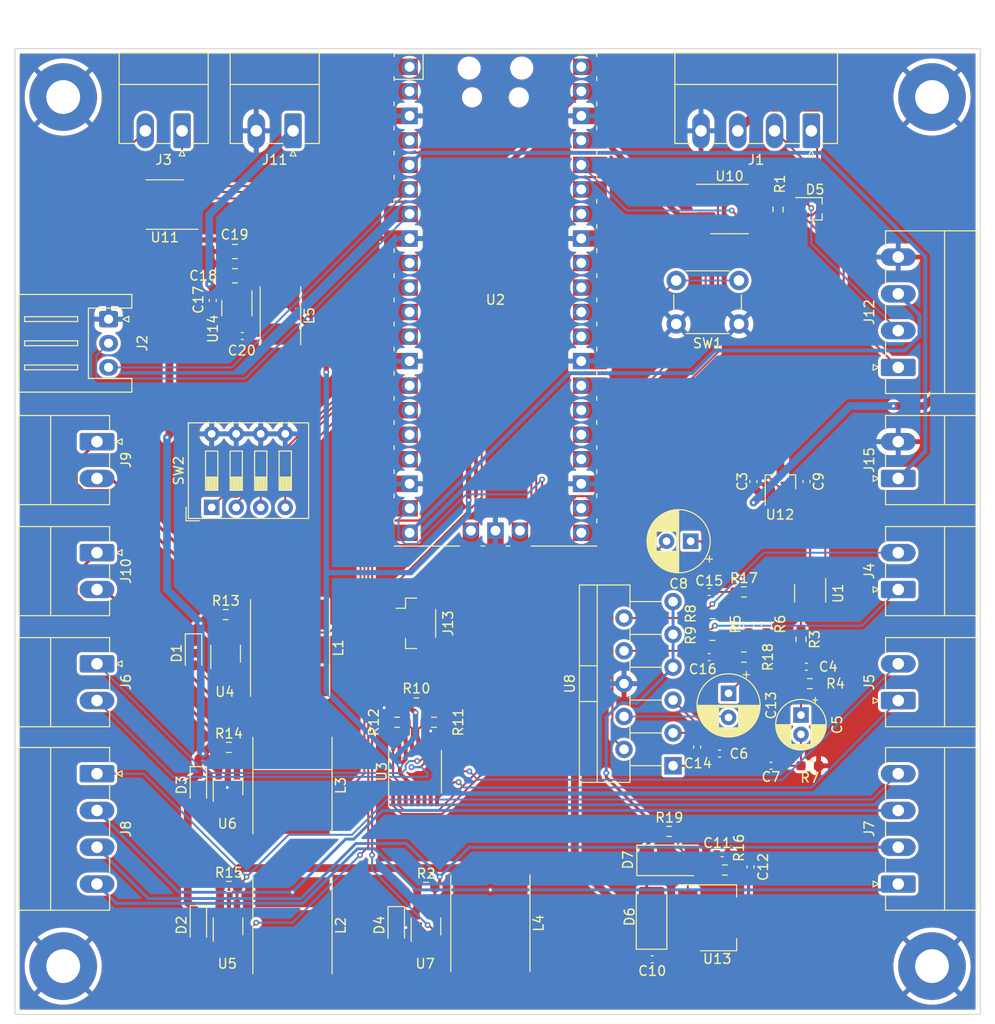
<source format=kicad_pcb>
(kicad_pcb (version 20221018) (generator pcbnew)
  (layers (0 "F.Cu" signal) (31 "B.Cu" signal) (34 "B.Paste" user) (35 "F.Paste" user) (36 "B.SilkS" user "B.Silkscreen") (37 "F.SilkS" user "F.Silkscreen") (38 "B.Mask" user) (39 "F.Mask" user) (44 "Edge.Cuts" user))
  (net 0 "")
  (net 1 "/CAN_H")
  (net 2 "/CAN_L")
  (net 3 "24V")
  (net 4 "GND")
  (net 5 "/INVERTER_RX")
  (net 6 "/INVERTER_TX")
  (net 7 "/Communication/MODBUS_A")
  (net 8 "/Communication/MODBUS_B")
  (net 9 "/Audio/SPKR+")
  (net 10 "/Audio/SPKR-")
  (net 11 "/Motor/DOOR_A+")
  (net 12 "/Motor/DOOR_A-")
  (net 13 "/Motor/DOOR_B+")
  (net 14 "/Motor/DOOR_B-")
  (net 15 "/LED2_AN")
  (net 16 "/LED2_CAT")
  (net 17 "/LED3_AN")
  (net 18 "/LED3_CAT")
  (net 19 "/LED0_AN")
  (net 20 "/LED0_CAT")
  (net 21 "/LED1_AN")
  (net 22 "/LED1_CAT")
  (net 23 "/END_SENSE")
  (net 24 "/SWCLK")
  (net 25 "/DIP0")
  (net 26 "/DIP1")
  (net 27 "/DIP2")
  (net 28 "/DIP3")
  (net 30 "/AUDIO_PWM")
  (net 31 "Net-(R3-Pad1)")
  (net 32 "/Audio/AUDIO_3V3")
  (net 33 "/DOOR_DIR")
  (net 34 "/MODBUS_EN")
  (net 35 "/MODBUS_TX")
  (net 36 "/MODBUS_RX")
  (net 37 "/LED0")
  (net 38 "/LED1")
  (net 39 "/LED2")
  (net 40 "/LED3")
  (net 42 "/DOOR_ENA")
  (net 44 "/CAN_TX")
  (net 45 "/DOOR_ENB")
  (net 46 "/CAN_RX")
  (net 50 "3V3")
  (net 52 "5V")
  (net 54 "/SWDIO")
  (net 55 "Net-(U3-VREF)")
  (net 56 "Net-(U3-OSCM)")
  (net 57 "Net-(D1-A)")
  (net 58 "Net-(D2-A)")
  (net 59 "Net-(D3-A)")
  (net 60 "Net-(D4-A)")
  (net 61 "Net-(U8A-+)")
  (net 62 "Net-(U8A--)")
  (net 63 "Net-(U8A-SVRR)")
  (net 64 "Net-(U8B--)")
  (net 65 "Net-(U8B-+)")
  (net 66 "/Audio/V_AMP")
  (net 67 "/RESET")
  (net 68 "/SPEED")
  (net 70 "Net-(C4-Pad1)")
  (net 71 "Net-(C13-Pad1)")
  (net 72 "Net-(C8-Pad1)")
  (net 73 "Net-(C5-Pad2)")
  (net 74 "Net-(C15-Pad2)")
  (net 75 "Net-(C16-Pad2)")
  (net 76 "Net-(D7-A)")
  (net 77 "Net-(U14-SW)")
  (net 78 "Net-(U14-BST)")
  (footprint "Connector_Phoenix_MC:PhoenixContact_MC_1,5_2-G-3.81_1x02_P3.81mm_Horizontal" (layer "F.Cu") (at 58.5 90.69 -90)
    (fp_text reference "J9")
    (fp_text value "TBP02R1-381-02")
  )
  (footprint "Button_Switch_THT:SW_DIP_SPSTx04_Slide_9.78x12.34mm_W7.62mm_P2.54mm" (layer "F.Cu") (at 70.38 97.5 90)
    (fp_text reference "SW2")
    (fp_text value "SW_DIP_x04")
  )
  (footprint "Resistor_SMD:R_0603_1608Metric_Pad0.98x0.95mm_HandSolder" (layer "F.Cu") (at 132.3375 124.25)
    (fp_text reference "R7")
    (fp_text value "1.8k")
  )
  (footprint "Capacitor_SMD:C_0402_1005Metric_Pad0.74x0.62mm_HandSolder" (layer "F.Cu") (at 126.1975 134.7325 90)
    (fp_text reference "C12")
    (fp_text value "1uF")
  )
  (footprint "Diode_SMD:D_2010_5025Metric_Pad1.52x2.65mm_HandSolder" (layer "F.Cu") (at 115.9475 139.8875 90)
    (fp_text reference "D6")
    (fp_text value "M7")
  )
  (footprint "Package_TO_SOT_SMD:SOT-323_SC-70_Handsoldering" (layer "F.Cu") (at 132.88 66.58)
    (fp_text reference "D5")
    (fp_text value "PESD1CAN")
  )
  (footprint "Capacitor_SMD:C_0402_1005Metric_Pad0.74x0.62mm_HandSolder" (layer "F.Cu") (at 116.015 144.3)
    (fp_text reference "C10")
    (fp_text value "0.1uF")
  )
  (footprint "Package_TO_SOT_SMD:SOT-223-3_TabPin2" (layer "F.Cu") (at 122.85 140)
    (fp_text reference "U13")
    (fp_text value "LM317_SOT-223")
  )
  (footprint "MountingHole:MountingHole_3.5mm_Pad" (layer "F.Cu") (at 145 145)
    (fp_text reference "H4")
    (fp_text value "Hole")
  )
  (footprint "Capacitor_THT:CP_Radial_D5.0mm_P2.00mm" (layer "F.Cu") (at 131.425 119 -90)
    (fp_text reference "C5")
    (fp_text value "47uF")
  )
  (footprint "Resistor_SMD:R_0603_1608Metric_Pad0.98x0.95mm_HandSolder" (layer "F.Cu") (at 72.1625 136.75)
    (fp_text reference "R15")
    (fp_text value "0.1")
  )
  (footprint "link_model:RPi_Pico_SMD_TH_no_labels" (layer "F.Cu") (at 99.775 76)
    (fp_text reference "U2")
    (fp_text value "Pico")
  )
  (footprint "Capacitor_SMD:C_0402_1005Metric_Pad0.74x0.62mm_HandSolder" (layer "F.Cu") (at 128.3175 124.25 180)
    (fp_text reference "C7")
    (fp_text value "2.2uF")
  )
  (footprint "Connector_Phoenix_MC:PhoenixContact_MC_1,5_2-G-3.81_1x02_P3.81mm_Horizontal" (layer "F.Cu") (at 58.5 113.69 -90)
    (fp_text reference "J6")
    (fp_text value "TBP02R1-381-02")
  )
  (footprint "MountingHole:MountingHole_3.5mm_Pad" (layer "F.Cu") (at 55 145)
    (fp_text reference "H3")
    (fp_text value "Hole")
  )
  (footprint "Connector_Phoenix_MC:PhoenixContact_MC_1,5_2-G-3.81_1x02_P3.81mm_Horizontal" (layer "F.Cu") (at 141.5 94.5 90)
    (fp_text reference "J15")
    (fp_text value "TBP02R1-381-02")
  )
  (footprint "Resistor_SMD:R_0603_1608Metric_Pad0.98x0.95mm_HandSolder" (layer "F.Cu") (at 125.5125 113)
    (fp_text reference "R18")
    (fp_text value "1")
  )
  (footprint "Resistor_SMD:R_0603_1608Metric_Pad0.98x0.95mm_HandSolder" (layer "F.Cu") (at 72.1625 122.35)
    (fp_text reference "R14")
    (fp_text value "0.1")
  )
  (footprint "Capacitor_SMD:C_0402_1005Metric_Pad0.74x0.62mm_HandSolder" (layer "F.Cu") (at 123.265 133.3)
    (fp_text reference "C11")
    (fp_text value "1uF")
  )
  (footprint "Resistor_SMD:R_0603_1608Metric_Pad0.98x0.95mm_HandSolder" (layer "F.Cu") (at 93.4125 119.75)
    (fp_text reference "R11")
    (fp_text value "R_Small")
  )
  (footprint "Capacitor_SMD:C_0402_1005Metric_Pad0.74x0.62mm_HandSolder" (layer "F.Cu") (at 121.9175 113)
    (fp_text reference "C16")
    (fp_text value "0.1uF")
  )
  (footprint "Capacitor_SMD:C_0402_1005Metric_Pad0.74x0.62mm_HandSolder" (layer "F.Cu") (at 122.9925 123)
    (fp_text reference "C6")
    (fp_text value "2.2uF")
  )
  (footprint "Capacitor_SMD:C_0402_1005Metric_Pad0.74x0.62mm_HandSolder" (layer "F.Cu") (at 73.5575 79.75)
    (fp_text reference "C20")
    (fp_text value "100nF")
  )
  (footprint "Button_Switch_THT:SW_PUSH_6mm" (layer "F.Cu") (at 125 78.5 180)
    (fp_text reference "SW1")
    (fp_text value "SW_Push")
  )
  (footprint "Connector_Phoenix_MC:PhoenixContact_MC_1,5_2-G-3.81_1x02_P3.81mm_Horizontal" (layer "F.Cu") (at 141.5 106 90)
    (fp_text reference "J4")
    (fp_text value "TBP02R1-381-02")
  )
  (footprint "Inductor_SMD:L_Taiyo-Yuden_NR-80xx_HandSoldering" (layer "F.Cu") (at 78.75 140.8 -90)
    (fp_text reference "L2")
    (fp_text value "100uH")
  )
  (footprint "Capacitor_SMD:C_0805_2012Metric_Pad1.18x1.45mm_HandSolder" (layer "F.Cu") (at 72.7875 71 180)
    (fp_text reference "C19")
    (fp_text value "22uF")
  )
  (footprint "Package_TO_SOT_SMD:TSOT-23-5_HandSoldering" (layer "F.Cu") (at 72.05 126.39 90)
    (fp_text reference "U6")
    (fp_text value "AL8861")
  )
  (footprint "Package_SO:SOIC-8_3.9x4.9mm_P1.27mm" (layer "F.Cu") (at 65.525 66.135 180)
    (fp_text reference "U11")
    (fp_text value "THVD1500")
  )
  (footprint "Diode_SMD:D_SOD-323_HandSoldering" (layer "F.Cu") (at 69 126.35 -90)
    (fp_text reference "D3")
    (fp_text value "SD103AWS")
  )
  (footprint "Resistor_SMD:R_0603_1608Metric_Pad0.98x0.95mm_HandSolder" (layer "F.Cu") (at 117.785 131.05)
    (fp_text reference "R19")
    (fp_text value "240")
  )
  (footprint "Capacitor_SMD:C_0805_2012Metric_Pad1.18x1.45mm_HandSolder" (layer "F.Cu") (at 72.7875 73.51 180)
    (fp_text reference "C18")
    (fp_text value "22uF")
  )
  (footprint "Inductor_SMD:L_Taiyo-Yuden_NR-80xx_HandSoldering" (layer "F.Cu") (at 78.75 126.3 -90)
    (fp_text reference "L3")
    (fp_text value "100uH")
  )
  (footprint "Resistor_SMD:R_0603_1608Metric_Pad0.98x0.95mm_HandSolder" (layer "F.Cu") (at 89.5875 119.75 180)
    (fp_text reference "R12")
    (fp_text value "47k")
  )
  (footprint "Connector_Phoenix_MC:PhoenixContact_MC_1,5_4-G-3.81_1x04_P3.81mm_Horizontal" (layer "F.Cu") (at 141.5 136.5 90)
    (fp_text reference "J7")
    (fp_text value "TBP02R1-381-04")
  )
  (footprint "Connector_Phoenix_MC:PhoenixContact_MC_1,5_4-G-3.81_1x04_P3.81mm_Horizontal" (layer "F.Cu") (at 141.5 83 90)
    (fp_text reference "J12")
    (fp_text value "TBP02R1-381-04")
  )
  (footprint "Package_TO_SOT_SMD:TSOT-23-5_HandSoldering" (layer "F.Cu") (at 72.05 140.89 90)
    (fp_text reference "U5")
    (fp_text value "AL8861")
  )
  (footprint "Capacitor_SMD:C_0402_1005Metric_Pad0.74x0.62mm_HandSolder" (layer "F.Cu") (at 120.675 122.3175 90)
    (fp_text reference "C14")
    (fp_text value "10uF")
  )
  (footprint "Inductor_SMD:L_Taiyo-Yuden_NR-80xx_HandSoldering" (layer "F.Cu") (at 99.25 140.55 -90)
    (fp_text reference "L4")
    (fp_text value "100uH")
  )
  (footprint "Inductor_SMD:L_Taiyo-Yuden_NR-80xx_HandSoldering" (layer "F.Cu") (at 78.5 112.05 -90)
    (fp_text reference "L1")
    (fp_text value "100uH")
  )
  (footprint "Capacitor_THT:CP_Radial_D6.3mm_P2.50mm" (layer "F.Cu") (at 123.925 116.75 -90)
    (fp_text reference "C13")
    (fp_text value "220uF")
  )
  (footprint "Resistor_SMD:R_0603_1608Metric_Pad0.98x0.95mm_HandSolder" (layer "F.Cu") (at 123.535 135.05)
    (fp_text reference "R16")
    (fp_text value "3.3k")
  )
  (footprint "Capacitor_SMD:C_0402_1005Metric_Pad0.74x0.62mm_HandSolder" (layer "F.Cu") (at 70.49 76.0675 -90)
    (fp_text reference "C17")
    (fp_text value "10uF")
  )
  (footprint "Resistor_SMD:R_0603_1608Metric_Pad0.98x0.95mm_HandSolder" (layer "F.Cu") (at 132.3375 115.75)
    (fp_text reference "R4")
    (fp_text value "100")
  )
  (footprint "Package_SO:TSSOP-16_4.4x5mm_P0.65mm" (layer "F.Cu") (at 91.45 124.8625 90)
    (fp_text reference "U3")
    (fp_text value "TC78H660FNG")
  )
  (footprint "Capacitor_SMD:C_0402_1005Metric_Pad0.74x0.62mm_HandSolder" (layer "F.Cu") (at 121.9175 106.25)
    (fp_text reference "C15")
    (fp_text value "0.1uF")
  )
  (footprint "Package_TO_SOT_SMD:SOT-23-5_HandSoldering" (layer "F.Cu") (at 132.375 106.4 -90)
    (fp_text reference "U1")
    (fp_text value "SN74LVC1G14DBV")
  )
  (footprint "Package_TO_SOT_THT:TO-220-11_P3.4x5.08mm_StaggerOdd_Lead4.85mm_Vertical" (layer "F.Cu") (at 118.175 124.25 90)
    (fp_text reference "U8")
    (fp_text value "TDA2005")
  )
  (footprint "Diode_SMD:D_SOD-323_HandSoldering" (layer "F.Cu") (at 89.5 140.85 -90)
    (fp_text reference "D4")
    (fp_text value "SD103AWS")
  )
  (footprint "Package_SO:SOIC-8_3.9x4.9mm_P1.27mm" (layer "F.Cu") (at 124.025 66.595)
    (fp_text reference "U10")
    (fp_text value "TJA1051T-3")
  )
  (footprint "Capacitor_THT:CP_Radial_D6.3mm_P2.50mm" (layer "F.Cu") (at 120 101 180)
    (fp_text reference "C8")
    (fp_text value "220uF")
  )
  (footprint "Connector_Phoenix_MC:PhoenixContact_MC_1,5_2-G-3.81_1x02_P3.81mm_Horizontal" (layer "F.Cu") (at 58.5 102.19 -90)
    (fp_text reference "J10")
    (fp_text value "TBP02R1-381-02")
  )
  (footprint "Capacitor_SMD:C_0402_1005Metric_Pad0.74x0.62mm_HandSolder" (layer "F.Cu") (at 131.9925 114)
    (fp_text reference "C4")
    (fp_text value "100nF")
  )
  (footprint "Resistor_SMD:R_0603_1608Metric_Pad0.98x0.95mm_HandSolder" (layer "F.Cu") (at 125.5125 106.25)
    (fp_text reference "R17")
    (fp_text value "1")
  )
  (footprint "Inductor_SMD:L_Taiyo-Yuden_NR-40xx_HandSoldering" (layer "F.Cu") (at 77.5 77.65 90)
    (fp_text reference "L5")
    (fp_text value "4.7uH")
  )
  (footprint "Capacitor_SMD:C_0402_1005Metric_Pad0.74x0.62mm_HandSolder" (layer "F.Cu") (at 132 94.8175 90)
    (fp_text reference "C9")
    (fp_text value "10uF")
  )
  (footprint "Resistor_SMD:R_0603_1608Metric_Pad0.98x0.95mm_HandSolder" (layer "F.Cu") (at 122.2625 110.75 180)
    (fp_text reference "R9")
    (fp_text value "2k")
  )
  (footprint "Capacitor_SMD:C_0402_1005Metric_Pad0.74x0.62mm_HandSolder" (layer "F.Cu") (at 126.5 94.8175 90)
    (fp_text reference "C3")
    (fp_text value "1uF")
  )
  (footprint "Connector_Phoenix_MC:PhoenixContact_MC_1,5_2-G-3.81_1x02_P3.81mm_Horizontal" (layer "F.Cu") (at 78.81 58.5 180)
    (fp_text reference "J11")
    (fp_text value "TBP02R1-381-02")
  )
  (footprint "Resistor_SMD:R_0603_1608Metric_Pad0.98x0.95mm_HandSolder" (layer "F.Cu") (at 92.5875 136.85)
    (fp_text reference "R2")
    (fp_text value "0.1")
  )
  (footprint "MountingHole:MountingHole_3.5mm_Pad" (layer "F.Cu") (at 145 55)
    (fp_text reference "H1")
    (fp_text value "Hole")
  )
  (footprint "Resistor_SMD:R_0603_1608Metric_Pad0.98x0.95mm_HandSolder" (layer "F.Cu") (at 127.85 109.5875 -90)
    (fp_text reference "R6")
    (fp_text value "12")
  )
  (footprint "Package_TO_SOT_SMD:SOT-23_Handsoldering" (layer "F.Cu") (at 129.3 94.885 90)
    (fp_text reference "U12")
    (fp_text value "AP7375-33SA")
  )
  (footprint "Diode_SMD:D_SOD-323_HandSoldering" (layer "F.Cu") (at 69 140.75 -90)
    (fp_text reference "D2")
    (fp_text value "SD103AWS")
  )
  (footprint "Package_TO_SOT_SMD:TSOT-23-5_HandSoldering" (layer "F.Cu") (at 71.8 112.64 90)
    (fp_text reference "U4")
    (fp_text value "AL8861")
  )
  (footprint "Resistor_SMD:R_0603_1608Metric_Pad0.98x0.95mm_HandSolder" (layer "F.Cu") (at 122.2625 108.5 180)
    (fp_text reference "R8")
    (fp_text value "1k")
  )
  (footprint "Diode_SMD:D_2010_5025Metric_Pad1.52x2.65mm_HandSolder" (layer "F.Cu") (at 117.785 134.05)
    (fp_text reference "D7")
    (fp_text value "M7")
  )
  (footprint "Resistor_SMD:R_0603_1608Metric_Pad0.98x0.95mm_HandSolder" (layer "F.Cu") (at 126 109.5875 90)
    (fp_text reference "R5")
    (fp_text value "12")
  )
  (footprint "Connector_JST:JST_SH_BM03B-SRSS-TB_1x03-1MP_P1.00mm_Vertical" (layer "F.Cu") (at 91.575 109.5 -90)
    (fp_text reference "J13")
    (fp_text value "CI1103M1VR0")
  )
  (footprint "Resistor_SMD:R_0603_1608Metric_Pad0.98x0.95mm_HandSolder" (layer "F.Cu") (at 71.8375 108.6)
    (fp_text reference "R13")
    (fp_text value "0.1")
  )
  (footprint "Connector_Phoenix_MC:PhoenixContact_MC_1,5_2-G-3.81_1x02_P3.81mm_Horizontal" (layer "F.Cu") (at 67.31 58.5 180)
    (fp_text reference "J3")
    (fp_text value "TBP02R1-381-02")
  )
  (footprint "Connector_Phoenix_MC:PhoenixContact_MC_1,5_4-G-3.81_1x04_P3.81mm_Horizontal" (layer "F.Cu") (at 58.5 125.07 -90)
    (fp_text reference "J8")
    (fp_text value "TBP02R1-381-04")
  )
  (footprint "Resistor_SMD:R_0603_1608Metric_Pad0.98x0.95mm_HandSolder" (layer "F.Cu") (at 131.425 111.1625 -90)
    (fp_text reference "R3")
    (fp_text value "220")
  )
  (footprint "Resistor_SMD:R_0603_1608Metric_Pad0.98x0.95mm_HandSolder" (layer "F.Cu") (at 129.05 66.6425 -90)
    (fp_text reference "R1")
    (fp_text value "1.8k")
  )
  (footprint "Package_TO_SOT_SMD:TSOT-23-6" (layer "F.Cu") (at 72.99 76.8625 -90)
    (fp_text reference "U14")
    (fp_text value "AP63205WU")
  )
  (footprint "Connector_Phoenix_MC:PhoenixContact_MC_1,5_2-G-3.81_1x02_P3.81mm_Horizontal" (layer "F.Cu") (at 141.5 117.5 90)
    (fp_text reference "J5")
    (fp_text value "TBP02R1-381-02")
  )
  (footprint "Package_TO_SOT_SMD:TSOT-23-5_HandSoldering" (layer "F.Cu") (at 92.55 140.89 90)
    (fp_text reference "U7")
    (fp_text value "AL8861")
  )
  (footprint "MountingHole:MountingHole_3.5mm_Pad" (layer "F.Cu") (at 55 55)
    (fp_text reference "H2")
    (fp_text value "Hole")
  )
  (footprint "Connector_JST:JST_XH_S3B-XH-A_1x03_P2.50mm_Horizontal" (layer "F.Cu") (at 59.7 78 -90)
    (fp_text reference "J2")
    (fp_text value "25SH-B-03-TR")
  )
  (footprint "Diode_SMD:D_SOD-323_HandSoldering" (layer "F.Cu") (at 68.5 112.6 -90)
    (fp_text reference "D1")
    (fp_text value "SD103AWS")
  )
  (footprint "Resistor_SMD:R_0603_1608Metric_Pad0.98x0.95mm_HandSolder" (layer "F.Cu") (at 91.5875 117.75 180)
    (fp_text reference "R10")
    (fp_text value "R_Small")
  )
  (footprint "Connector_Phoenix_MC:PhoenixContact_MC_1,5_4-G-3.81_1x04_P3.81mm_Horizontal" (layer "F.Cu") (at 132.5 58.5 180)
    (fp_text reference "J1")
    (fp_text value "TBP02R1-381-04")
  )
  (gr_rect (start 50 50) (end 150 150) (stroke (width 0.1)) (fill none) (layer "Edge.Cuts"))
  (segment (start 131.55 65.93) (end 129.25 65.93) (width 0.2) (layer "F.Cu") (net 1))
  (segment (start 128.82 65.96) (end 129.05 65.73) (width 0.2) (layer "F.Cu") (net 1))
  (segment (start 131.55 65.93) (end 131.55 61.36) (width 0.2) (layer "F.Cu") (net 1))
  (segment (start 129.25 65.93) (end 129.05 65.73) (width 0.2) (layer "F.Cu") (net 1))
  (segment (start 131.55 61.36) (end 128.69 58.5) (width 0.2) (layer "F.Cu") (net 1))
  (segment (start 131.55 65.93) (end 131.93 65.93) (width 0.2) (layer "F.Cu") (net 1))
  (segment (start 131.93 65.93) (end 132.5 66.5) (width 0.2) (layer "F.Cu") (net 1))
  (segment (start 126.5 65.96) (end 128.82 65.96) (width 0.2) (layer "F.Cu") (net 1))
  (via (at 132.5 66.5) (size 0.6) (drill 0.3) (layers "F.Cu" "B.Cu") (net 1))
  (segment (start 132.5 66.5) (end 132.5 70.19) (width 0.2) (layer "B.Cu") (net 1))
  (segment (start 132.5 70.19) (end 141.5 79.19) (width 0.2) (layer "B.Cu") (net 1))
  (segment (start 141.5 83) (end 135.85 77.35) (width 0.2) (layer "F.Cu") (net 2))
  (segment (start 133.1 66.748529) (end 133.1 59.1) (width 0.2) (layer "F.Cu") (net 2))
  (segment (start 132.618529 67.23) (end 133.1 66.748529) (width 0.2) (layer "F.Cu") (net 2))
  (segment (start 131.55 67.23) (end 132.618529 67.23) (width 0.2) (layer "F.Cu") (net 2))
  (segment (start 128.725 67.23) (end 129.05 67.555) (width 0.2) (layer "F.Cu") (net 2))
  (segment (start 129.375 67.23) (end 129.05 67.555) (width 0.2) (layer "F.Cu") (net 2))
  (segment (start 126.5 67.23) (end 128.725 67.23) (width 0.2) (layer "F.Cu") (net 2))
  (segment (start 135.85 71.53) (end 131.55 67.23) (width 0.2) (layer "F.Cu") (net 2))
  (segment (start 133.1 59.1) (end 132.5 58.5) (width 0.2) (layer "F.Cu") (net 2))
  (segment (start 131.55 67.23) (end 129.375 67.23) (width 0.2) (layer "F.Cu") (net 2))
  (segment (start 135.85 77.35) (end 135.85 71.53) (width 0.2) (layer "F.Cu") (net 2))
  (segment (start 119.7 142.3) (end 116.0225 142.3) (width 0.8) (layer "F.Cu") (net 3))
  (segment (start 121.1351 95.385) (end 113.970101 102.55) (width 0.8) (layer "F.Cu") (net 3))
  (segment (start 113.970101 102.55) (end 110.945 102.55) (width 0.8) (layer "F.Cu") (net 3))
  (segment (start 69.5 123) (end 69.5 123.08) (width 0.8) (layer "F.Cu") (net 3))
  (segment (start 69.42 109.5) (end 70.85 110.93) (width 0.8) (layer "F.Cu") (net 3))
  (segment (start 68.5 110.25) (end 69.25 109.5) (width 0.8) (layer "F.Cu") (net 3))
  (segment (start 108.6725 134.95) (end 108 134.95) (width 0.8) (layer "F.Cu") (net 3))
  (segment (start 89.5 139.6) (end 91.18 139.6) (width 0.8) (layer "F.Cu") (net 3))
  (segment (start 116.0225 142.3) (end 115.9475 142.225) (width 0.8) (layer "F.Cu") (net 3))
  (segment (start 91.18 139.6) (end 91.6 139.18) (width 0.8) (layer "F.Cu") (net 3))
  (segment (start 127.28 56.1) (end 133.6 56.1) (width 0.8) (layer "F.Cu") (net 3))
  (segment (start 115.4475 144.3) (end 115.4475 142.725) (width 0.8) (layer "F.Cu") (net 3))
  (segment (start 71.25 122.35) (end 70.15 122.35) (width 0.8) (layer "F.Cu") (net 3))
  (segment (start 69 139.5) (end 70.78 139.5) (width 0.8) (layer "F.Cu") (net 3))
  (segment (start 73.15 134.85) (end 71.25 136.75) (width 0.8) (layer "F.Cu") (net 3))
  (segment (start 89.675 134.85) (end 73.15 134.85) (width 0.8) (layer "F.Cu") (net 3))
  (segment (start 69.25 109.5) (end 69.42 109.5) (width 0.8) (layer "F.Cu") (net 3))
  (segment (start 69.5 123.08) (end 71.1 124.68) (width 0.8) (layer "F.Cu") (net 3))
  (segment (start 145.75 85.5) (end 144.25 87) (width 0.8) (layer "F.Cu") (net 3))
  (segment (start 127.115 96.385) (end 126.5 97) (width 0.8) (layer "F.Cu") (net 3))
  (segment (start 144.25 87) (end 141 87) (width 0.8) (layer "F.Cu") (net 3))
  (segment (start 67.9 138.4) (end 69 139.5) (width 0.8) (layer "F.Cu") (net 3))
  (segment (start 69 125.1) (end 69 123.5) (width 0.8) (layer "F.Cu") (net 3))
  (segment (start 107.9 134.85) (end 90.65 134.85) (width 0.8) (layer "F.Cu") (net 3))
  (segment (start 126.5 95.385) (end 121.1351 95.385) (width 0.8) (layer "F.Cu") (net 3))
  (segment (start 91.675 136.85) (end 90.1625 135.3375) (width 0.8) (layer "F.Cu") (net 3))
  (segment (start 70.15 122.35) (end 69.5 123) (width 0.8) (layer "F.Cu") (net 3))
  (segment (start 68.5 111.35) (end 68.5 110.25) (width 0.8) (layer "F.Cu") (net 3))
  (segment (start 69 125.1) (end 67.9 126.2) (width 0.8) (layer "F.Cu") (net 3))
  (segment (start 71.815 75.5) (end 72.04 75.725) (width 0.8) (layer "F.Cu") (net 3))
  (segment (start 70.15 108.6) (end 69.25 109.5) (width 0.8) (layer "F.Cu") (net 3))
  (segment (start 70.49 75.5) (end 71.815 75.5) (width 0.8) (layer "F.Cu") (net 3))
  (segment (start 110.945 102.55) (end 108 105.495) (width 0.8) (layer "F.Cu") (net 3))
  (segment (start 71.25 139.03) (end 71.1 139.18) (width 0.8) (layer "F.Cu") (net 3))
  (segment (start 128.35 96.385) (end 127.5 96.385) (width 0.8) (layer "F.Cu") (net 3))
  (segment (start 145.75 68.25) (end 145.75 85.5) (width 0.8) (layer "F.Cu") (net 3))
  (segment (start 72.99 75.725) (end 72.04 75.725) (width 0.8) (layer "F.Cu") (net 3))
  (segment (start 91.675 136.85) (end 91.675 139.105) (width 0.8) (layer "F.Cu") (net 3))
  (segment (start 69 123.5) (end 69.5 123) (width 0.8) (layer "F.Cu") (net 3))
  (segment (start 115.4475 142.725) (end 115.9475 142.225) (width 0.8) (layer "F.Cu") (net 3))
  (segment (start 108 105.495) (end 108 134.95) (width 0.8) (layer "F.Cu") (net 3))
  (segment (start 70.78 139.5) (end 71.1 139.18) (width 0.8) (layer "F.Cu") (net 3))
  (segment (start 90.65 134.85) (end 90.1625 135.3375) (width 0.8) (layer "F.Cu") (net 3))
  (segment (start 127.5 96.385) (end 126.5 95.385) (width 0.8) (layer "F.Cu") (net 3))
  (segment (start 108 134.95) (end 107.9 134.85) (width 0.8) (layer "F.Cu") (net 3))
  (segment (start 70.189769 75.5) (end 66 79.689769) (width 0.8) (layer "F.Cu") (net 3))
  (segment (start 71.25 136.75) (end 71.25 139.03) (width 0.8) (layer "F.Cu") (net 3))
  (segment (start 133.6 56.1) (end 145.75 68.25) (width 0.8) (layer "F.Cu") (net 3))
  (segment (start 70.125 74.375) (end 70.49 74.74) (width 0.8) (layer "F.Cu") (net 3))
  (segment (start 91.675 139.105) (end 91.6 139.18) (width 0.8) (layer "F.Cu") (net 3))
  (segment (start 115.9475 142.225) (end 108.6725 134.95) (width 0.8) (layer "F.Cu") (net 3))
  (segment (start 70.49 74.74) (end 70.49 75.5) (width 0.8) (layer "F.Cu") (net 3))
  (segment (start 66 90) (end 65.75 90.25) (width 0.8) (layer "F.Cu") (net 3))
  (segment (start 90.1625 135.3375) (end 89.675 134.85) (width 0.8) (layer "F.Cu") (net 3))
  (segment (start 70.925 108.6) (end 70.15 108.6) (width 0.8) (layer "F.Cu") (net 3))
  (segment (start 124.88 58.5) (end 127.28 56.1) (width 0.8) (layer "F.Cu") (net 3))
  (segment (start 67.9 126.2) (end 67.9 138.4) (width 0.8) (layer "F.Cu") (net 3))
  (segment (start 128.35 96.385) (end 127.115 96.385) (width 0.8) (layer "F.Cu") (net 3))
  (segment (start 66 79.689769) (end 66 90) (width 0.8) (layer "F.Cu") (net 3))
  (segment (start 70.49 75.5) (end 70.189769 75.5) (width 0.8) (layer "F.Cu") (net 3))
  (via (at 141 87) (size 0.6) (drill 0.3) (layers "F.Cu" "B.Cu") (net 3))
  (via (at 69.5 123) (size 0.6) (drill 0.3) (layers "F.Cu" "B.Cu") (net 3))
  (via (at 69.25 109.5) (size 0.6) (drill 0.3) (layers "F.Cu" "B.Cu") (net 3))
  (via (at 126.5 97) (size 0.6) (drill 0.3) (layers "F.Cu" "B.Cu") (net 3))
  (via (at 70.125 74.375) (size 0.6) (drill 0.3) (layers "F.Cu" "B.Cu") (net 3))
  (via (at 65.75 90.25) (size 0.6) (drill 0.3) (layers "F.Cu" "B.Cu") (net 3))
  (segment (start 70.125 67.185) (end 70.125 74.375) (width 0.8) (layer "B.Cu") (net 3))
  (segment (start 69.25 109.5) (end 69.25 122.75) (width 0.8) (layer "B.Cu") (net 3))
  (segment (start 78.81 58.5) (end 70.125 67.185) (width 0.8) (layer "B.Cu") (net 3))
  (segment (start 136.5 87) (end 126.5 97) (width 0.8) (layer "B.Cu") (net 3))
  (segment (start 65.75 106) (end 69.25 109.5) (width 0.8) (layer "B.Cu") (net 3))
  (segment (start 65.75 90.25) (end 65.75 106) (width 0.8) (layer "B.Cu") (net 3))
  (segment (start 141 87) (end 136.5 87) (width 0.8) (layer "B.Cu") (net 3))
  (segment (start 69.25 122.75) (end 69.5 123) (width 0.8) (layer "B.Cu") (net 3))
  (segment (start 126.5 94.25) (end 127 94.25) (width 0.4) (layer "F.Cu") (net 4))
  (segment (start 72.05 128.1) (end 72.05 126.55) (width 0.2) (layer "F.Cu") (net 4))
  (segment (start 92.425 121.298012) (end 93.073119 120.649893) (width 0.2) (layer "F.Cu") (net 4))
  (segment (start 92.55 141.4) (end 92.15 141) (width 0.2) (layer "F.Cu") (net 4))
  (segment (start 88.675 119.75) (end 88.675 118.675) (width 0.2) (layer "F.Cu") (net 4))
  (segment (start 92.15 141) (end 90.5 141) (width 0.2) (layer "F.Cu") (net 4))
  (segment (start 92.55 142.6) (end 92.55 141.4) (width 0.2) (layer "F.Cu") (net 4))
  (segment (start 127 94.25) (end 127.488603 94.738603) (width 0.4) (layer "F.Cu") (net 4))
  (segment (start 92.425 122) (end 92.425 121.298012) (width 0.2) (layer "F.Cu") (net 4))
  (segment (start 88.675 118.675) (end 88.25 118.25) (width 0.2) (layer "F.Cu") (net 4))
  (segment (start 72.05 126.55) (end 72 126.5) (width 0.2) (layer "F.Cu") (net 4))
  (via (at 127.488603 94.738603) (size 0.6) (drill 0.3) (layers "F.Cu" "B.Cu") (net 4))
  (via (at 93.073119 120.649893) (size 0.6) (drill 0.3) (layers "F.Cu" "B.Cu") (net 4))
  (via (at 72 126.5) (size 0.6) (drill 0.3) (layers "F.Cu" "B.Cu") (net 4))
  (via (at 90.5 141) (size 0.6) (drill 0.3) (layers "F.Cu" "B.Cu") (net 4))
  (via (at 88.25 118.25) (size 0.6) (drill 0.3) (layers "F.Cu" "B.Cu") (net 4))
  (segment (start 58.65 84.15) (end 73.845 84.15) (width 0.2) (layer "B.Cu") (net 5))
  (segment (start 59.7 80.5) (end 58.425 81.775) (width 0.2) (layer "B.Cu") (net 5))
  (segment (start 73.845 84.15) (end 90.885 67.11) (width 0.2) (layer "B.Cu") (net 5))
  (segment (start 58.425 83.925) (end 58.65 84.15) (width 0.2) (layer "B.Cu") (net 5))
  (segment (start 58.425 81.775) (end 58.425 83.925) (width 0.2) (layer "B.Cu") (net 5))
  (segment (start 59.7 83) (end 72.455 83) (width 0.2) (layer "B.Cu") (net 6))
  (segment (start 72.455 83) (end 90.885 64.57) (width 0.2) (layer "B.Cu") (net 6))
  (segment (start 67.31 61.581396) (end 67.31 58.5) (width 0.2) (layer "F.Cu") (net 7))
  (segment (start 63.391396 65.5) (end 67.31 61.581396) (width 0.2) (layer "F.Cu") (net 7))
  (segment (start 63.05 65.5) (end 63.391396 65.5) (width 0.2) (layer "F.Cu") (net 7))
  (segment (start 61.775 60.225) (end 63.5 58.5) (width 0.2) (layer "F.Cu") (net 8))
  (segment (start 62.708604 66.77) (end 61.775 65.836396) (width 0.2) (layer "F.Cu") (net 8))
  (segment (start 63.05 66.77) (end 62.708604 66.77) (width 0.2) (layer "F.Cu") (net 8))
  (segment (start 61.775 65.836396) (end 61.775 60.225) (width 0.2) (layer "F.Cu") (net 8))
  (segment (start 113.095 108.95) (end 120.9 108.95) (width 0.2) (layer "F.Cu") (net 9))
  (segment (start 121.35 108.5) (end 121.35 106.25) (width 0.2) (layer "F.Cu") (net 9))
  (segment (start 121.35 108.4) (end 122.25 107.5) (width 0.2) (layer "F.Cu") (net 9))
  (segment (start 120.9 108.95) (end 121.35 108.5) (width 0.2) (layer "F.Cu") (net 9))
  (segment (start 121.35 108.5) (end 121.35 108.4) (width 0.2) (layer "F.Cu") (net 9))
  (via (at 122.25 107.5) (size 0.6) (drill 0.3) (layers "F.Cu" "B.Cu") (net 9))
  (segment (start 127.56 102.19) (end 141.5 102.19) (width 0.2) (layer "B.Cu") (net 9))
  (segment (start 122.25 107.5) (end 127.56 102.19) (width 0.2) (layer "B.Cu") (net 9))
  (segment (start 121.5 110.75) (end 122.5 109.75) (width 0.2) (layer "F.Cu") (net 10))
  (segment (start 121.35 113) (end 121.35 110.75) (width 0.2) (layer "F.Cu") (net 10))
  (segment (start 120.7 112.35) (end 121.35 113) (width 0.2) (layer "F.Cu") (net 10))
  (segment (start 121.35 110.75) (end 121.5 110.75) (width 0.2) (layer "F.Cu") (net 10))
  (segment (start 113.095 112.35) (end 120.7 112.35) (width 0.2) (layer "F.Cu") (net 10))
  (via (at 122.5 109.75) (size 0.6) (drill 0.3) (layers "F.Cu" "B.Cu") (net 10))
  (segment (start 122.5 109.75) (end 137.75 109.75) (width 0.2) (layer "B.Cu") (net 10))
  (segment (start 137.75 109.75) (end 141.5 106) (width 0.2) (layer "B.Cu") (net 10))
  (segment (start 95.319487 124.827328) (end 97.077328 124.827328) (width 0.2) (layer "F.Cu") (net 11))
  (segment (start 93.075 127.725) (end 93.075 127.071815) (width 0.2) (layer "F.Cu") (net 11))
  (segment (start 93.075 127.071815) (end 95.319487 124.827328) (width 0.2) (layer "F.Cu") (net 11))
  (via (at 97.077328 124.827328) (size 0.6) (drill 0.3) (layers "F.Cu" "B.Cu") (net 11))
  (segment (start 129.489265 125.700735) (end 97.950735 125.700735) (width 0.2) (layer "B.Cu") (net 11))
  (segment (start 141.5 113.69) (end 129.489265 125.700735) (width 0.2) (layer "B.Cu") (net 11))
  (segment (start 97.950735 125.700735) (end 97.077328 124.827328) (width 0.2) (layer "B.Cu") (net 11))
  (segment (start 93.725 127.725) (end 95.497672 125.952328) (width 0.2) (layer "F.Cu") (net 12))
  (segment (start 95.497672 125.952328) (end 95.952328 125.952328) (width 0.2) (layer "F.Cu") (net 12))
  (via (at 95.952328 125.952328) (size 0.6) (drill 0.3) (layers "F.Cu" "B.Cu") (net 12))
  (segment (start 132.5 126.5) (end 96.5 126.5) (width 0.2) (layer "B.Cu") (net 12))
  (segment (start 141.5 117.5) (end 132.5 126.5) (width 0.2) (layer "B.Cu") (net 12))
  (segment (start 96.5 126.5) (end 95.952328 125.952328) (width 0.2) (layer "B.Cu") (net 12))
  (segment (start 91.968149 123.760036) (end 91.673938 123.760036) (width 0.2) (layer "F.Cu") (net 13))
  (segment (start 93.075 122.653185) (end 91.968149 123.760036) (width 0.2) (layer "F.Cu") (net 13))
  (segment (start 93.075 122) (end 93.075 122.653185) (width 0.2) (layer "F.Cu") (net 13))
  (via (at 91.673938 123.760036) (size 0.6) (drill 0.3) (layers "F.Cu" "B.Cu") (net 13))
  (segment (start 90.86717 123.760036) (end 91.673938 123.760036) (width 0.2) (layer "B.Cu") (net 13))
  (segment (start 90.085784 125) (end 90.475735 124.610049) (width 0.2) (layer "B.Cu") (net 13))
  (segment (start 58.5 113.69) (end 69.81 125) (width 0.2) (layer "B.Cu") (net 13))
  (segment (start 69.81 125) (end 90.085784 125) (width 0.2) (layer "B.Cu") (net 13))
  (segment (start 90.475735 124.610049) (end 90.475735 124.151471) (width 0.2) (layer "B.Cu") (net 13))
  (segment (start 90.475735 124.151471) (end 90.86717 123.760036) (width 0.2) (layer "B.Cu") (net 13))
  (segment (start 93.725 122) (end 93.725 122.67647) (width 0.2) (layer "F.Cu") (net 14))
  (segment (start 93.725 122.67647) (end 92.00147 124.4) (width 0.2) (layer "F.Cu") (net 14))
  (segment (start 92.00147 124.4) (end 91.075735 124.4) (width 0.2) (layer "F.Cu") (net 14))
  (via (at 91.075735 124.4) (size 0.6) (drill 0.3) (layers "F.Cu" "B.Cu") (net 14))
  (segment (start 92.755994 125.4) (end 92.755994 125.038886) (width 0.2) (layer "B.Cu") (net 14))
  (segment (start 66.4 125.4) (end 92.755994 125.4) (width 0.2) (layer "B.Cu") (net 14))
  (segment (start 58.5 117.5) (end 66.4 125.4) (width 0.2) (layer "B.Cu") (net 14))
  (segment (start 91.698084 124.4) (end 91.075735 124.4) (width 0.2) (layer "B.Cu") (net 14))
  (segment (start 91.74191 124.356174) (end 91.698084 124.4) (width 0.2) (layer "B.Cu") (net 14))
  (segment (start 92.073282 124.356174) (end 91.74191 124.356174) (width 0.2) (layer "B.Cu") (net 14))
  (segment (start 92.755994 125.038886) (end 92.073282 124.356174) (width 0.2) (layer "B.Cu") (net 14))
  (segment (start 74 135.75) (end 74 135.825) (width 0.2) (layer "F.Cu") (net 15))
  (segment (start 73 139.18) (end 73 136.825) (width 0.3) (layer "F.Cu") (net 15))
  (segment (start 74 135.825) (end 73.075 136.75) (width 0.2) (layer "F.Cu") (net 15))
  (segment (start 73 136.825) (end 73.075 136.75) (width 0.3) (layer "F.Cu") (net 15))
  (via (at 74 135.75) (size 0.6) (drill 0.3) (layers "F.Cu" "B.Cu") (net 15))
  (segment (start 88.562996 127.75) (end 138.82 127.75) (width 0.2) (layer "B.Cu") (net 15))
  (segment (start 74 135.75) (end 78.35 131.4) (width 0.2) (layer "B.Cu") (net 15))
  (segment (start 138.82 127.75) (end 141.5 125.07) (width 0.2) (layer "B.Cu") (net 15))
  (segment (start 58.5 125.07) (end 63.32 125.07) (width 0.2) (layer "B.Cu") (net 15))
  (segment (start 78.35 131.4) (end 84.912996 131.4) (width 0.2) (layer "B.Cu") (net 15))
  (segment (start 63.32 125.07) (end 74 135.75) (width 0.2) (layer "B.Cu") (net 15))
  (segment (start 84.912996 131.4) (end 88.562996 127.75) (width 0.2) (layer "B.Cu") (net 15))
  (via (at 78.75 137.35) (size 0.6) (drill 0.3) (layers "F.Cu" "B.Cu") (net 16))
  (segment (start 78.75 137.35) (end 84.25 131.85) (width 0.3) (layer "B.Cu") (net 16))
  (segment (start 85.099391 131.85) (end 88.069392 128.88) (width 0.3) (layer "B.Cu") (net 16))
  (segment (start 84.25 131.85) (end 85.099391 131.85) (width 0.3) (layer "B.Cu") (net 16))
  (segment (start 66.97 137.35) (end 78.75 137.35) (width 0.3) (layer "B.Cu") (net 16))
  (segment (start 58.5 128.88) (end 66.97 137.35) (width 0.3) (layer "B.Cu") (net 16))
  (segment (start 88.069392 128.88) (end 141.5 128.88) (width 0.3) (layer "B.Cu") (net 16))
  (segment (start 94 135.75) (end 94 136.35) (width 0.3) (layer "F.Cu") (net 17))
  (segment (start 94 136.35) (end 93.5 136.85) (width 0.3) (layer "F.Cu") (net 17))
  (segment (start 93.5 139.18) (end 93.5 136.85) (width 0.3) (layer "F.Cu") (net 17))
  (via (at 94 135.75) (size 0.6) (drill 0.3) (layers "F.Cu" "B.Cu") (net 17))
  (segment (start 79.623655 138) (end 85.323655 132.3) (width 0.3) (layer "B.Cu") (net 17))
  (segment (start 63.81 138) (end 79.623655 138) (width 0.3) (layer "B.Cu") (net 17))
  (segment (start 85.323655 132.3) (end 90.55 132.3) (width 0.3) (layer "B.Cu") (net 17))
  (segment (start 58.5 132.69) (end 63.81 138) (width 0.3) (layer "B.Cu") (net 17))
  (segment (start 141.5 132.69) (end 97.06 132.69) (width 0.3) (layer "B.Cu") (net 17))
  (segment (start 97.06 132.69) (end 94 135.75) (width 0.3) (layer "B.Cu") (net 17))
  (segment (start 90.55 132.3) (end 94 135.75) (width 0.3) (layer "B.Cu") (net 17))
  (via (at 99.25 137.1) (size 0.6) (drill 0.3) (layers "F.Cu" "B.Cu") (net 18))
  (segment (start 85.480761 132.85) (end 87.269239 132.85) (width 0.3) (layer "B.Cu") (net 18))
  (segment (start 60.5 138.5) (end 79.830761 138.5) (width 0.3) (layer "B.Cu") (net 18))
  (segment (start 79.830761 138.5) (end 85.480761 132.85) (width 0.3) (layer "B.Cu") (net 18))
  (segment (start 91.519239 137.1) (end 99.25 137.1) (width 0.3) (layer "B.Cu") (net 18))
  (segment (start 58.5 136.5) (end 60.5 138.5) (width 0.3) (layer "B.Cu") (net 18))
  (segment (start 140.9 137.1) (end 99.25 137.1) (width 0.3) (layer "B.Cu") (net 18))
  (segment (start 87.269239 132.85) (end 91.519239 137.1) (width 0.3) (layer "B.Cu") (net 18))
  (segment (start 141.5 136.5) (end 140.9 137.1) (width 0.3) (layer "B.Cu") (net 18))
  (segment (start 56.35 92.84) (end 58.5 90.69) (width 0.3) (layer "F.Cu") (net 19))
  (segment (start 57.082233 95.75) (end 56.35 95.017767) (width 0.3) (layer "F.Cu") (net 19))
  (segment (start 56.35 95.017767) (end 56.35 92.84) (width 0.3) (layer "F.Cu") (net 19))
  (segment (start 72.75 108.6) (end 59.9 95.75) (width 0.3) (layer "F.Cu") (net 19))
  (segment (start 59.9 95.75) (end 57.082233 95.75) (width 0.3) (layer "F.Cu") (net 19))
  (segment (start 72.75 110.93) (end 72.75 108.6) (width 0.3) (layer "F.Cu") (net 19))
  (segment (start 74.06835 108.6) (end 78.5 108.6) (width 0.3) (layer "F.Cu") (net 20))
  (segment (start 59.96835 94.5) (end 74.06835 108.6) (width 0.3) (layer "F.Cu") (net 20))
  (segment (start 58.5 94.5) (end 59.96835 94.5) (width 0.3) (layer "F.Cu") (net 20))
  (segment (start 58.5 102.19) (end 56.35 104.34) (width 0.3) (layer "F.Cu") (net 21))
  (segment (start 73 124.68) (end 73 122.425) (width 0.3) (layer "F.Cu") (net 21))
  (segment (start 72.2375 121.5125) (end 73.075 122.35) (width 0.3) (layer "F.Cu") (net 21))
  (segment (start 56.35 104.34) (end 56.35 106.517767) (width 0.3) (layer "F.Cu") (net 21))
  (segment (start 56.35 106.517767) (end 71.344733 121.5125) (width 0.3) (layer "F.Cu") (net 21))
  (segment (start 71.344733 121.5125) (end 72.2375 121.5125) (width 0.3) (layer "F.Cu") (net 21))
  (segment (start 73 122.425) (end 73.075 122.35) (width 0.3) (layer "F.Cu") (net 21))
  (segment (start 78.75 122.85) (end 76.151472 122.85) (width 0.3) (layer "F.Cu") (net 22))
  (segment (start 76.151472 122.85) (end 59.301472 106) (width 0.3) (layer "F.Cu") (net 22))
  (segment (start 59.301472 106) (end 58.5 106) (width 0.3) (layer "F.Cu") (net 22))
  (segment (start 107.415 83.6) (end 120.15 83.6) (width 0.4) (layer "B.Cu") (net 23))
  (segment (start 90.885 100.13) (end 107.415 83.6) (width 0.4) (layer "B.Cu") (net 23))
  (segment (start 143.7 79.728478) (end 143.7 77.58) (width 0.4) (layer "B.Cu") (net 23))
  (segment (start 122.5 81.25) (end 142.178478 81.25) (width 0.4) (layer "B.Cu") (net 23))
  (segment (start 143.7 77.58) (end 141.5 75.38) (width 0.4) (layer "B.Cu") (net 23))
  (segment (start 142.178478 81.25) (end 143.7 79.728478) (width 0.4) (layer "B.Cu") (net 23))
  (segment (start 120.15 83.6) (end 122.5 81.25) (width 0.4) (layer "B.Cu") (net 23))
  (segment (start 90.25 106.885) (end 90.25 108.5) (width 0.2) (layer "F.Cu") (net 24))
  (segment (start 97.235 99.9) (end 90.25 106.885) (width 0.2) (layer "F.Cu") (net 24))
  (segment (start 70.38 97.5) (end 71.48 96.4) (width 0.2) (layer "F.Cu") (net 25))
  (segment (start 73.035635 96.4) (end 86.5 82.935635) (width 0.2) (layer "F.Cu") (net 25))
  (segment (start 86.5 82.935635) (end 86.5 75.015) (width 0.2) (layer "F.Cu") (net 25))
  (segment (start 71.48 96.4) (end 73.035635 96.4) (width 0.2) (layer "F.Cu") (net 25))
  (segment (start 86.5 75.015) (end 89.325 72.19) (width 0.2) (layer "F.Cu") (net 25))
  (segment (start 89.325 72.19) (end 90.885 72.19) (width 0.2) (layer "F.Cu") (net 25))
  (segment (start 72.92 97.081321) (end 87.135 82.866321) (width 0.2) (layer "F.Cu") (net 26))
  (segment (start 72.92 97.5) (end 72.92 97.081321) (width 0.2) (layer "F.Cu") (net 26))
  (segment (start 88.77 74.73) (end 90.885 74.73) (width 0.2) (layer "F.Cu") (net 26))
  (segment (start 87.135 76.365) (end 88.77 74.73) (width 0.2) (layer "F.Cu") (net 26))
  (segment (start 87.135 82.866321) (end 87.135 76.365) (width 0.2) (layer "F.Cu") (net 26))
  (segment (start 87.535 79.06) (end 89.325 77.27) (width 0.2) (layer "F.Cu") (net 27))
  (segment (start 87.535 83.032007) (end 87.535 79.06) (width 0.2) (layer "F.Cu") (net 27))
  (segment (start 75.46 95.107007) (end 87.535 83.032007) (width 0.2) (layer "F.Cu") (net 27))
  (segment (start 75.46 97.5) (end 75.46 95.107007) (width 0.2) (layer "F.Cu") (net 27))
  (segment (start 89.325 77.27) (end 90.885 77.27) (width 0.2) (layer "F.Cu") (net 27))
  (segment (start 89.325 79.81) (end 90.885 79.81) (width 0.2) (layer "F.Cu") (net 28))
  (segment (start 87.935 81.2) (end 89.325 79.81) (width 0.2) (layer "F.Cu") (net 28))
  (segment (start 87.935 83.74) (end 87.935 81.2) (width 0.2) (layer "F.Cu") (net 28))
  (segment (start 78 97.5) (end 78 93.675) (width 0.2) (layer "F.Cu") (net 28))
  (segment (start 78 93.675) (end 87.935 83.74) (width 0.2) (layer "F.Cu") (net 28))
  (segment (start 132.375 100.46) (end 129.25 97.335) (width 0.2) (layer "F.Cu") (net 30))
  (segment (start 127.3325 93.5825) (end 119.3125 93.5825) (width 0.2) (layer "F.Cu") (net 30))
  (segment (start 132.375 105.05) (end 132.375 100.46) (width 0.2) (layer "F.Cu") (net 30))
  (segment (start 129.25 97.335) (end 129.25 95.5) (width 0.2) (layer "F.Cu") (net 30))
  (segment (start 116.560685 96.334315) (end 105.65 96.334315) (width 0.2) (layer "F.Cu") (net 30))
  (segment (start 104.6 95.284315) (end 104.6 94.603725) (width 0.2) (layer "F.Cu") (net 30))
  (segment (start 105.65 96.334315) (end 104.6 95.284315) (width 0.2) (layer "F.Cu") (net 30))
  (segment (start 129.25 95.5) (end 127.3325 93.5825) (width 0.2) (layer "F.Cu") (net 30))
  (segment (start 119.3125 93.5825) (end 116.560685 96.334315) (width 0.2) (layer "F.Cu") (net 30))
  (via (at 104.6 94.603725) (size 0.6) (drill 0.3) (layers "F.Cu" "B.Cu") (net 30))
  (segment (start 89.735 98.74) (end 89.735 100.606346) (width 0.2) (layer "B.Cu") (net 30))
  (segment (start 90.885 97.59) (end 89.735 98.74) (width 0.2) (layer "B.Cu") (net 30))
  (segment (start 91.621471 101.28) (end 96.751471 96.15) (width 0.2) (layer "B.Cu") (net 30))
  (segment (start 89.735 100.606346) (end 90.408654 101.28) (width 0.2) (layer "B.Cu") (net 30))
  (segment (start 90.408654 101.28) (end 91.621471 101.28) (width 0.2) (layer "B.Cu") (net 30))
  (segment (start 103.053725 96.15) (end 104.6 94.603725) (width 0.2) (layer "B.Cu") (net 30))
  (segment (start 96.751471 96.15) (end 103.053725 96.15) (width 0.2) (layer "B.Cu") (net 30))
  (segment (start 131.425 107.75) (end 131.425 110.25) (width 0.2) (layer "F.Cu") (net 31))
  (segment (start 130.25 96.385) (end 131 96.385) (width 0.2) (layer "F.Cu") (net 32))
  (segment (start 130.25 96.385) (end 133.95 100.085) (width 0.2) (layer "F.Cu") (net 32))
  (segment (start 133.95 100.085) (end 133.95 107.125) (width 0.2) (layer "F.Cu") (net 32))
  (segment (start 133.95 107.125) (end 133.325 107.75) (width 0.2) (layer "F.Cu") (net 32))
  (segment (start 131 96.385) (end 132 95.385) (width 0.2) (layer "F.Cu") (net 32))
  (segment (start 108.665 79.81) (end 98.35 90.125) (width 0.2) (layer "F.Cu") (net 33))
  (segment (start 89.175 118.925) (end 89.4625 119.2125) (width 0.2) (layer "F.Cu") (net 33))
  (segment (start 89.175 105.66) (end 89.175 118.925) (width 0.2) (layer "F.Cu") (net 33))
  (segment (start 98.35 96.485) (end 89.175 105.66) (width 0.2) (layer "F.Cu") (net 33))
  (segment (start 98.35 90.125) (end 98.35 96.485) (width 0.2) (layer "F.Cu") (net 33))
  (segment (start 89.175 120.49764) (end 89.175 122) (width 0.2) (layer "F.Cu") (net 33))
  (segment (start 89.175 125.326471) (end 90.475 126.626471) (width 0.2) (layer "F.Cu") (net 33))
  (segment (start 90.475 126.626471) (end 90.475 127.725) (width 0.2) (layer "F.Cu") (net 33))
  (segment (start 89.4625 119.2125) (end 89.4625 120.21014) (width 0.2) (layer "F.Cu") (net 33))
  (segment (start 89.175 122) (end 89.175 125.326471) (width 0.2) (layer "F.Cu") (net 33))
  (segment (start 89.4625 120.21014) (end 89.175 120.49764) (width 0.2) (layer "F.Cu") (net 33))
  (segment (start 89.325 59.49) (end 90.885 59.49) (width 0.2) (layer "F.Cu") (net 34))
  (segment (start 68 66.77) (end 68 65.5) (width 0.2) (layer "F.Cu") (net 34))
  (segment (start 83.315 65.5) (end 89.325 59.49) (width 0.2) (layer "F.Cu") (net 34))
  (segment (start 68 65.5) (end 83.315 65.5) (width 0.2) (layer "F.Cu") (net 34))
  (segment (start 68 64.23) (end 76.965 64.23) (width 0.2) (layer "F.Cu") (net 35))
  (segment (start 76.965 64.23) (end 89.325 51.87) (width 0.2) (layer "F.Cu") (net 35))
  (segment (start 89.325 51.87) (end 90.885 51.87) (width 0.2) (layer "F.Cu") (net 35))
  (segment (start 78.67 64.83) (end 89.09 54.41) (width 0.2) (layer "F.Cu") (net 36))
  (segment (start 68 68.04) (end 67.658604 68.04) (width 0.2) (layer "F.Cu") (net 36))
  (segment (start 66.5 65.388604) (end 67.058604 64.83) (width 0.2) (layer "F.Cu") (net 36))
  (segment (start 67.058604 64.83) (end 78.67 64.83) (width 0.2) (layer "F.Cu") (net 36))
  (segment (start 66.5 66.881396) (end 66.5 65.388604) (width 0.2) (layer "F.Cu") (net 36))
  (segment (start 89.09 54.41) (end 90.885 54.41) (width 0.2) (layer "F.Cu") (net 36))
  (segment (start 67.658604 68.04) (end 66.5 66.881396) (width 0.2) (layer "F.Cu") (net 36))
  (segment (start 85.8 107.2) (end 85.8 88.45) (width 0.2) (layer "F.Cu") (net 37))
  (segment (start 85.8 88.45) (end 89.36 84.89) (width 0.2) (layer "F.Cu") (net 37))
  (segment (start 76.65 110.45) (end 82.55 110.45) (width 0.2) (layer "F.Cu") (net 37))
  (segment (start 82.55 110.45) (end 85.8 107.2) (width 0.2) (layer "F.Cu") (net 37))
  (segment (start 89.36 84.89) (end 90.885 84.89) (width 0.2) (layer "F.Cu") (net 37))
  (segment (start 72.75 114.35) (end 76.65 110.45) (width 0.2) (layer "F.Cu") (net 37))
  (segment (start 83.35 127.9) (end 86.2 125.05) (width 0.2) (layer "F.Cu") (net 38))
  (segment (start 73 128.1) (end 73.2 127.9) (width 0.2) (layer "F.Cu") (net 38))
  (segment (start 73.2 127.9) (end 83.35 127.9) (width 0.2) (layer "F.Cu") (net 38))
  (segment (start 86.2 125.05) (end 86.2 98.91863) (width 0.2) (layer "F.Cu") (net 38))
  (segment (start 86.2 98.91863) (end 86.95 98.16863) (width 0.2) (layer "F.Cu") (net 38))
  (segment (start 89.32 87.43) (end 90.885 87.43) (width 0.2) (layer "F.Cu") (net 38))
  (segment (start 86.95 89.8) (end 89.32 87.43) (width 0.2) (layer "F.Cu") (net 38))
  (segment (start 86.95 98.16863) (end 86.95 89.8) (width 0.2) (layer "F.Cu") (net 38))
  (segment (start 90.885 89.97) (end 89.325 89.97) (width 0.2) (layer "F.Cu") (net 39))
  (segment (start 87.535 102.149316) (end 86.6 103.084316) (width 0.2) (layer "F.Cu") (net 39))
  (segment (start 86.6 132.65) (end 85.75 133.5) (width 0.2) (layer "F.Cu") (net 39))
  (segment (start 73 142.6) (end 73 142.5) (width 0.2) (layer "F.Cu") (net 39))
  (segment (start 87.535 91.76) (end 87.535 102.149316) (width 0.2) (layer "F.Cu") (net 39))
  (segment (start 86.6 103.084316) (end 86.6 132.65) (width 0.2) (layer "F.Cu") (net 39))
  (segment (start 89.325 89.97) (end 87.535 91.76) (width 0.2) (layer "F.Cu") (net 39))
  (segment (start 73 142.5) (end 75 140.5) (width 0.2) (layer "F.Cu") (net 39))
  (via (at 75 140.5) (size 0.6) (drill 0.3) (layers "F.Cu" "B.Cu") (net 39))
  (via (at 85.75 133.5) (size 0.6) (drill 0.3) (layers "F.Cu" "B.Cu") (net 39))
  (segment (start 78.75 140.5) (end 85.75 133.5) (width 0.2) (layer "B.Cu") (net 39))
  (segment (start 75 140.5) (end 78.75 140.5) (width 0.2) (layer "B.Cu") (net 39))
  (segment (start 92.85 140.75) (end 92.75 140.75) (width 0.2) (layer "F.Cu") (net 40))
  (segment (start 93.5 141.4) (end 92.85 140.75) (width 0.2) (layer "F.Cu") (net 40))
  (segment (start 93.5 142.6) (end 93.5 141.4) (width 0.2) (layer "F.Cu") (net 40))
  (segment (start 89.325 92.51) (end 90.885 92.51) (width 0.2) (layer "F.Cu") (net 40))
  (segment (start 87.935 93.9) (end 89.325 92.51) (width 0.2) (layer "F.Cu") (net 40))
  (segment (start 87 103.250001) (end 87.935 102.315001) (width 0.2) (layer "F.Cu") (net 40))
  (segment (start 87.935 102.315001) (end 87.935 93.9) (width 0.2) (layer "F.Cu") (net 40))
  (segment (start 87 133.5) (end 87 103.250001) (width 0.2) (layer "F.Cu") (net 40))
  (via (at 92.75 140.75) (size 0.6) (drill 0.3) (layers "F.Cu" "B.Cu") (net 40))
  (via (at 87 133.5) (size 0.6) (drill 0.3) (layers "F.Cu" "B.Cu") (net 40))
  (segment (start 87 135) (end 87 133.5) (width 0.2) (layer "B.Cu") (net 40))
  (segment (start 92.75 140.75) (end 87 135) (width 0.2) (layer "B.Cu") (net 40))
  (segment (start 90.046815 129.25) (end 94.25 129.25) (width 0.2) (layer "F.Cu") (net 42))
  (segment (start 94.25 129.25) (end 104 119.5) (width 0.2) (layer "F.Cu") (net 42))
  (segment (start 89.175 127.725) (end 89.175 128.378185) (width 0.2) (layer "F.Cu") (net 42))
  (segment (start 104 119.5) (end 104 92.095) (width 0.2) (layer "F.Cu") (net 42))
  (segment (start 104 92.095) (end 108.665 87.43) (width 0.2) (layer "F.Cu") (net 42))
  (segment (start 89.175 128.378185) (end 90.046815 129.25) (width 0.2) (layer "F.Cu") (net 42))
  (segment (start 122.825 65.623604) (end 122.825 81.425) (width 0.2) (layer "F.Cu") (net 44))
  (segment (start 121.891396 64.69) (end 122.825 65.623604) (width 0.2) (layer "F.Cu") (net 44))
  (segment (start 121.55 64.69) (end 121.891396 64.69) (width 0.2) (layer "F.Cu") (net 44))
  (segment (start 111.74 92.51) (end 108.665 92.51) (width 0.2) (layer "F.Cu") (net 44))
  (segment (start 122.825 81.425) (end 111.74 92.51) (width 0.2) (layer "F.Cu") (net 44))
  (segment (start 103.5 90.055) (end 108.665 84.89) (width 0.2) (layer "F.Cu") (net 45))
  (segment (start 90.296815 128.85) (end 93.903185 128.85) (width 0.2) (layer "F.Cu") (net 45))
  (segment (start 89.825 128.378185) (end 90.296815 128.85) (width 0.2) (layer "F.Cu") (net 45))
  (segment (start 103.5 119.253185) (end 103.5 90.055) (width 0.2) (layer "F.Cu") (net 45))
  (segment (start 89.825 127.725) (end 89.825 128.378185) (width 0.2) (layer "F.Cu") (net 45))
  (segment (start 93.903185 128.85) (end 103.5 119.253185) (width 0.2) (layer "F.Cu") (net 45))
  (segment (start 110.225 89.97) (end 121.55 78.645) (width 0.2) (layer "F.Cu") (net 46))
  (segment (start 108.665 89.97) (end 110.225 89.97) (width 0.2) (layer "F.Cu") (net 46))
  (segment (start 121.55 78.645) (end 121.55 68.5) (width 0.2) (layer "F.Cu") (net 46))
  (segment (start 126 68.5) (end 124.25 66.75) (width 0.2) (layer "F.Cu") (net 50))
  (segment (start 126.5 68.5) (end 126 68.5) (width 0.2) (layer "F.Cu") (net 50))
  (via (at 124.25 66.75) (size 0.6) (drill 0.3) (layers "F.Cu" "B.Cu") (net 50))
  (segment (start 113.385 66.75) (end 108.665 62.03) (width 0.2) (layer "B.Cu") (net 50))
  (segment (start 124.25 66.75) (end 113.385 66.75) (width 0.2) (layer "B.Cu") (net 50))
  (segment (start 97 66.075) (end 108.665 54.41) (width 0.55) (layer "F.Cu") (net 52))
  (segment (start 118.77 67.23) (end 111.79 60.25) (width 0.55) (layer "F.Cu") (net 52))
  (segment (start 64.81 69.8) (end 72.625 69.8) (width 0.55) (layer "F.Cu") (net 52))
  (segment (start 111.66 54.41) (end 108.665 54.41) (width 0.55) (layer "F.Cu") (net 52))
  (segment (start 90.675 117.925) (end 91.5 118.75) (width 0.55) (layer "F.Cu") (net 52))
  (segment (start 111.79 60.25) (end 111.79 54.54) (width 0.55) (layer "F.Cu") (net 52))
  (segment (start 73.94 75.725) (end 77.475 75.725) (width 0.55) (layer "F.Cu") (net 52))
  (segment (start 77.5 75.75) (end 82.25 80.5) (width 0.55) (layer "F.Cu") (net 52))
  (segment (start 77.475 75.725) (end 77.5 75.75) (width 0.55) (layer "F.Cu") (net 52))
  (segment (start 73.94 73.625) (end 73.825 73.51) (width 0.55) (layer "F.Cu") (net 52))
  (segment (start 90.475 123.588596) (end 89.875735 124.187861) (width 0.4) (layer "F.Cu") (net 52))
  (segment (start 72.625 69.8) (end 73.825 71) (width 0.55) (layer "F.Cu") (net 52))
  (segment (start 82.25 80.5) (end 82.25 83.5) (width 0.55) (layer "F.Cu") (net 52))
  (segment (start 91.775 126.930393) (end 89.875735 125.031128) (width 0.4) (layer "F.Cu") (net 52))
  (segment (start 63.05 68.04) (end 64.81 69.8) (width 0.55) (layer "F.Cu") (net 52))
  (segment (start 91.775 127.725) (end 91.775 126.930393) (width 0.4) (layer "F.Cu") (net 52))
  (segment (start 73.94 75.725) (end 73.94 73.625) (width 0.55) (layer "F.Cu") (net 52))
  (segment (start 97 96.75) (end 97 66.075) (width 0.55) (layer "F.Cu") (net 52))
  (segment (start 89.825 122) (end 89.825 124.137126) (width 0.4) (layer "F.Cu") (net 52))
  (segment (start 89.825 124.137126) (end 89.875735 124.187861) (width 0.4) (layer "F.Cu") (net 52))
  (segment (start 121.55 67.23) (end 118.77 67.23) (width 0.55) (layer "F.Cu") (net 52))
  (segment (start 73.825 71) (end 73.825 73.51) (width 0.55) (layer "F.Cu") (net 52))
  (segment (start 111.79 54.54) (end 111.66 54.41) (width 0.55) (layer "F.Cu") (net 52))
  (segment (start 90.675 117.75) (end 90.675 117.925) (width 0.55) (layer "F.Cu") (net 52))
  (segment (start 89.875735 125.031128) (end 89.875735 124.187861) (width 0.4) (layer "F.Cu") (net 52))
  (segment (start 90.475 122) (end 90.475 123.588596) (width 0.4) (layer "F.Cu") (net 52))
  (via (at 82.25 83.5) (size 0.6) (drill 0.3) (layers "F.Cu" "B.Cu") (net 52))
  (via (at 97 96.75) (size 0.6) (drill 0.3) (layers "F.Cu" "B.Cu") (net 52))
  (via (at 91.5 118.75) (size 0.6) (drill 0.3) (layers "F.Cu" "B.Cu") (net 52))
  (via (at 89.875735 124.187861) (size 0.6) (drill 0.3) (layers "F.Cu" "B.Cu") (net 52))
  (segment (start 82.25 116.5) (end 89.25 123.5) (width 0.55) (layer "B.Cu") (net 52))
  (segment (start 97 98.261167) (end 97 96.75) (width 0.55) (layer "B.Cu") (net 52))
  (segment (start 82.25 83.5) (end 82.25 104.25) (width 0.55) (layer "B.Cu") (net 52))
  (segment (start 89.25 123.5) (end 89.875735 124.125735) (width 0.55) (layer "B.Cu") (net 52))
  (segment (start 91.5 118.75) (end 91.5 121.25) (width 0.55) (layer "B.Cu") (net 52))
  (segment (start 89.875735 124.125735) (end 89.875735 124.187861) (width 0.55) (layer "B.Cu") (net 52))
  (segment (start 82.25 104.25) (end 91.011167 104.25) (width 0.55) (layer "B.Cu") (net 52))
  (segment (start 91.5 121.25) (end 89.25 123.5) (width 0.55) (layer "B.Cu") (net 52))
  (segment (start 82.25 104.25) (end 82.25 116.5) (width 0.55) (layer "B.Cu") (net 52))
  (segment (start 91.011167 104.25) (end 97 98.261167) (width 0.55) (layer "B.Cu") (net 52))
  (segment (start 102.315 101.46) (end 93.275 110.5) (width 0.2) (layer "F.Cu") (net 54))
  (segment (start 102.315 99.9) (end 102.315 101.46) (width 0.2) (layer "F.Cu") (net 54))
  (segment (start 93.275 110.5) (end 90.25 110.5) (width 0.2) (layer "F.Cu") (net 54))
  (segment (start 91.775 120.475) (end 92.5 119.75) (width 0.2) (layer "F.Cu") (net 55))
  (segment (start 91.775 122) (end 91.775 120.475) (width 0.2) (layer "F.Cu") (net 55))
  (segment (start 92.5 119.75) (end 92.5 117.75) (width 0.2) (layer "F.Cu") (net 55))
  (segment (start 91.125 120.375) (end 91.125 122) (width 0.2) (layer "F.Cu") (net 56))
  (segment (start 90.5 119.75) (end 91.125 120.375) (width 0.2) (layer "F.Cu") (net 56))
  (segment (start 70.85 114.35) (end 71 114.5) (width 0.2) (layer "F.Cu") (net 57))
  (segment (start 70.3 115.65) (end 71 115.65) (width 0.2) (layer "F.Cu") (net 57))
  (segment (start 68.5 113.85) (end 70.3 115.65) (width 0.2) (layer "F.Cu") (net 57))
  (segment (start 71 115.65) (end 78.35 115.65) (width 0.2) (layer "F.Cu") (net 57))
  (segment (start 78.35 115.65) (end 78.5 115.5) (width 0.2) (layer "F.Cu") (net 57))
  (segment (start 71 114.5) (end 71 115.65) (width 0.2) (layer "F.Cu") (net 57))
  (segment (start 78.75 144.25) (end 71.25 144.25) (width 0.2) (layer "F.Cu") (net 58))
  (segment (start 71.1 144.1) (end 71.25 144.25) (width 0.2) (layer "F.Cu") (net 58))
  (segment (start 71.25 144.25) (end 69 142) (width 0.2) (layer "F.Cu") (net 58))
  (segment (start 71.1 142.6) (end 71.1 144.1) (width 0.2) (layer "F.Cu") (net 58))
  (segment (start 71.1 128.1) (end 71.1 129.6) (width 0.2) (layer "F.Cu") (net 59))
  (segment (start 71.25 129.75) (end 78.75 129.75) (width 0.2) (layer "F.Cu") (net 59))
  (segment (start 71.1 129.6) (end 71.25 129.75) (width 0.2) (layer "F.Cu") (net 59))
  (segment (start 69 127.5) (end 71.25 129.75) (width 0.2) (layer "F.Cu") (net 59))
  (segment (start 69 127.6) (end 69 127.5) (width 0.2) (layer "F.Cu") (net 59))
  (segment (start 92.025 144) (end 90.125 142.1) (width 0.2) (layer "F.Cu") (net 60))
  (segment (start 99.25 144) (end 92.025 144) (width 0.2) (layer "F.Cu") (net 60))
  (segment (start 90.125 142.1) (end 89.5 142.1) (width 0.2) (layer "F.Cu") (net 60))
  (segment (start 127.75 124.25) (end 118.175 124.25) (width 0.2) (layer "F.Cu") (net 61))
  (segment (start 113.095 122.55) (end 111.895 121.35) (width 0.2) (layer "F.Cu") (net 62))
  (segment (start 111.895 121.35) (end 111.895 106.605) (width 0.2) (layer "F.Cu") (net 62))
  (segment (start 111.895 106.605) (end 117.5 101) (width 0.2) (layer "F.Cu") (net 62))
  (segment (start 119.775 120.85) (end 118.175 120.85) (width 0.2) (layer "F.Cu") (net 63))
  (segment (start 120.675 121.75) (end 119.775 120.85) (width 0.2) (layer "F.Cu") (net 63))
  (segment (start 113.095 119.15) (end 123.825 119.15) (width 0.2) (layer "B.Cu") (net 64))
  (segment (start 123.825 119.15) (end 123.925 119.25) (width 0.2) (layer "B.Cu") (net 64))
  (segment (start 122.425 121.7) (end 118.175 117.45) (width 0.2) (layer "F.Cu") (net 65))
  (segment (start 122.425 123) (end 122.425 121.7) (width 0.2) (layer "F.Cu") (net 65))
  (segment (start 111.25 125.4275) (end 111.25 125) (width 0.3) (layer "F.Cu") (net 66))
  (segment (start 119.7 140) (end 118.3975 140) (width 0.3) (layer "F.Cu") (net 66))
  (segment (start 126 140) (end 126 135.4975) (width 0.3) (layer "F.Cu") (net 66))
  (segment (start 119.7 140) (end 126 140) (width 0.3) (layer "F.Cu") (net 66))
  (segment (start 116.8725 131.05) (end 111.25 125.4275) (width 0.3) (layer "F.Cu") (net 66))
  (segment (start 116.8725 131.05) (end 115.4475 132.475) (width 0.3) (layer "F.Cu") (net 66))
  (segment (start 115.4475 134.05) (end 115.4475 137.05) (width 0.3) (layer "F.Cu") (net 66))
  (segment (start 118.3975 140) (end 115.9475 137.55) (width 0.3) (layer "F.Cu") (net 66))
  (segment (start 126 135.4975) (end 126.1975 135.3) (width 0.3) (layer "F.Cu") (net 66))
  (segment (start 115.4475 132.475) (end 115.4475 134.05) (width 0.3) (layer "F.Cu") (net 66))
  (segment (start 115.4475 137.05) (end 115.9475 137.55) (width 0.3) (layer "F.Cu") (net 66))
  (via (at 111.25 125) (size 0.6) (drill 0.3) (layers "F.Cu" "B.Cu") (net 66))
  (segment (start 112.727233 117.75) (end 114.475 117.75) (width 0.3) (layer "B.Cu") (net 66))
  (segment (start 111.25 119.227233) (end 112.727233 117.75) (width 0.3) (layer "B.Cu") (net 66))
  (segment (start 118.175 114.05) (end 118.175 110.65) (width 0.3) (layer "B.Cu") (net 66))
  (segment (start 111.25 125) (end 111.25 119.227233) (width 0.3) (layer "B.Cu") (net 66))
  (segment (start 118.175 110.65) (end 118.175 107.25) (width 0.3) (layer "B.Cu") (net 66))
  (segment (start 114.475 117.75) (end 118.175 114.05) (width 0.3) (layer "B.Cu") (net 66))
  (segment (start 115.23 77.27) (end 118.5 74) (width 0.2) (layer "F.Cu") (net 67))
  (segment (start 108.665 77.27) (end 115.23 77.27) (width 0.2) (layer "F.Cu") (net 67))
  (segment (start 118.5 74) (end 125 74) (width 0.2) (layer "B.Cu") (net 67))
  (segment (start 133.53 60.78) (end 92.135 60.78) (width 0.4) (layer "B.Cu") (net 68))
  (segment (start 144.3 91.7) (end 144.3 71.55) (width 0.4) (layer "B.Cu") (net 68))
  (segment (start 92.135 60.78) (end 90.885 62.03) (width 0.4) (layer "B.Cu") (net 68))
  (segment (start 144.3 71.55) (end 133.53 60.78) (width 0.4) (layer "B.Cu") (net 68))
  (segment (start 141.5 94.5) (end 144.3 91.7) (width 0.4) (layer "B.Cu") (net 68))
  (segment (start 131.425 115.75) (end 131.425 119) (width 0.2) (layer "F.Cu") (net 70))
  (segment (start 131.425 112.075) (end 131.425 114) (width 0.2) (layer "F.Cu") (net 70))
  (segment (start 131.425 115.75) (end 131.425 114) (width 0.2) (layer "F.Cu") (net 70))
  (segment (start 125.6 110.575) (end 125.6 115.075) (width 0.2) (layer "F.Cu") (net 71))
  (segment (start 125.6 115.075) (end 123.925 116.75) (width 0.2) (layer "F.Cu") (net 71))
  (segment (start 125.6 110.575) (end 123.35 110.575) (width 0.2) (layer "F.Cu") (net 71))
  (segment (start 127.85 110.5) (end 125.675 110.5) (width 0.2) (layer "F.Cu") (net 71))
  (segment (start 123.35 110.575) (end 123.175 110.75) (width 0.2) (layer "F.Cu") (net 71))
  (segment (start 125.675 110.5) (end 125.6 110.575) (width 0.2) (layer "F.Cu") (net 71))
  (segment (start 125.825 108.5) (end 126 108.675) (width 0.2) (layer "F.Cu") (net 72))
  (segment (start 125.6 105.6) (end 125.6 108.75) (width 0.2) (layer "F.Cu") (net 72))
  (segment (start 121 101) (end 125.6 105.6) (width 0.2) (layer "F.Cu") (net 72))
  (segment (start 123.175 108.5) (end 125.825 108.5) (width 0.2) (layer "F.Cu") (net 72))
  (segment (start 120 101) (end 121 101) (width 0.2) (layer "F.Cu") (net 72))
  (segment (start 128.885 124.25) (end 131.425 124.25) (width 0.2) (layer "F.Cu") (net 73))
  (segment (start 131.425 121) (end 131.425 124.25) (width 0.2) (layer "F.Cu") (net 73))
  (segment (start 122.485 106.25) (end 124.6 106.25) (width 0.2) (layer "F.Cu") (net 74))
  (segment (start 122.485 113) (end 124.6 113) (width 0.2) (layer "F.Cu") (net 75))
  (segment (start 120.1225 134.05) (end 121.9475 134.05) (width 0.2) (layer "F.Cu") (net 76))
  (segment (start 122.6225 135.05) (end 122.6225 134.725) (width 0.2) (layer "F.Cu") (net 76))
  (segment (start 119.7 137.7) (end 119.7 134.4725) (width 0.2) (layer "F.Cu") (net 76))
  (segment (start 121.9475 134.05) (end 122.6975 133.3) (width 0.2) (layer "F.Cu") (net 76))
  (segment (start 122.6225 134.725) (end 121.9475 134.05) (width 0.2) (layer "F.Cu") (net 76))
  (segment (start 119.7 134.4725) (end 120.1225 134.05) (width 0.2) (layer "F.Cu") (net 76))
  (segment (start 118.6975 132.625) (end 120.1225 134.05) (width 0.2) (layer "F.Cu") (net 76))
  (segment (start 118.6975 131.05) (end 118.6975 132.625) (width 0.2) (layer "F.Cu") (net 76))
  (segment (start 72.99 79.75) (end 72.99 78) (width 0.8) (layer "F.Cu") (net 77))
  (segment (start 73.94 78) (end 73.94 79.565) (width 0.55) (layer "F.Cu") (net 78))
  (segment (start 77.5 79.55) (end 74.325 79.55) (width 0.55) (layer "F.Cu") (net 78))
  (segment (start 74.325 79.55) (end 74.125 79.75) (width 0.55) (layer "F.Cu") (net 78))
  (segment (start 73.94 79.565) (end 74.125 79.75) (width 0.55) (layer "F.Cu") (net 78))
  (zone (net 4) (net_name "GND") (layers "F&B.Cu") (connect_pads (clearance 0.3)) (min_thickness 0.2) (fill yes (thermal_gap 0.5) (thermal_bridge_width 0.5))
    (polygon (pts (xy 49 49) (xy 151 49) (xy 151 151) (xy 49 151)))
  )
)
</source>
